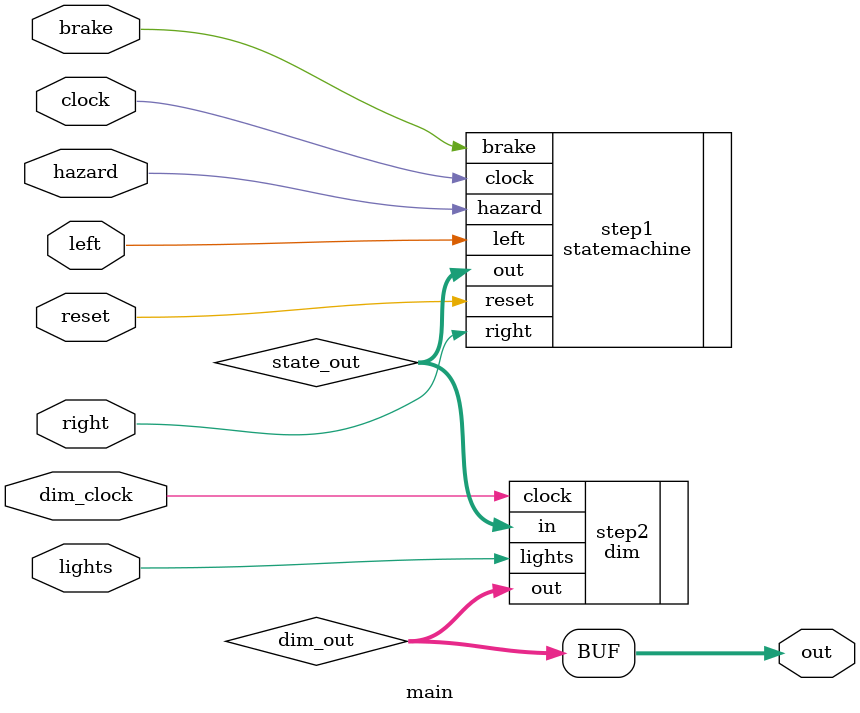
<source format=v>
module main(
	input clock,
	input reset,
	input left,
	input right,
	input hazard,
	input brake,
	input dim_clock,
	input lights,
	output reg [5:0] out
);

wire [5:0] state_out;
wire [5:0] dim_out;

statemachine step1(
	.clock(clock),
	.reset(reset),
	.left(left),
	.right(right),
	.hazard(hazard),
	.brake(brake),
	.out(state_out)
);

dim step2(
	.in(state_out),
	.clock(dim_clock),
	.lights(lights),
	.out(dim_out)
);

always @* begin
	out = dim_out;
end

endmodule
</source>
